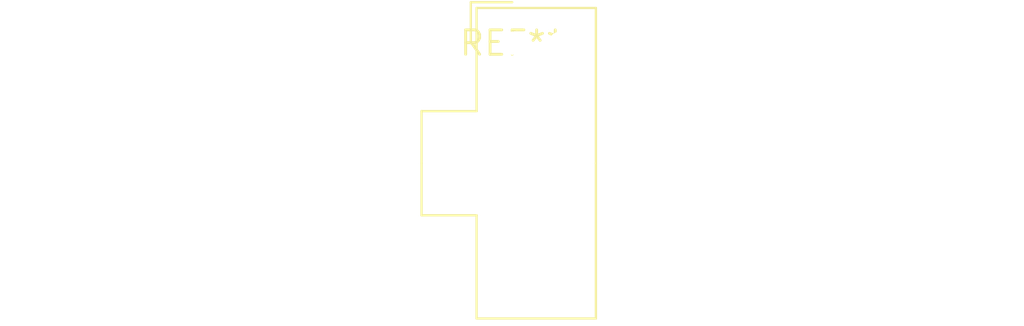
<source format=kicad_pcb>
(kicad_pcb (version 20240108) (generator pcbnew)
  (layers (0 "F.Cu" signal) (31 "B.Cu" signal) (34 "B.Paste" user) (35 "F.Paste" user) (36 "B.SilkS" user "B.Silkscreen") (37 "F.SilkS" user "F.Silkscreen") (38 "B.Mask" user) (39 "F.Mask" user) (44 "Edge.Cuts" user))
  (net 0 "")
  (footprint "Molex_Nano-Fit_105310-xx12_2x06_P2.50mm_Vertical" (layer "F.Cu") (at 0 0)
    (property "Reference" "REF**")
    (property "Value" "Molex_Nano-Fit_105310-xx12_2x06_P2.50mm_Vertical")
    (fp_line (start -4.71 3.54) (end -4.71 6.25) (layer "F.SilkS") (stroke (width 0.12)))
    (fp_line (start -4.71 8.96) (end -4.71 6.25) (layer "F.SilkS") (stroke (width 0.12)))
    (fp_line (start -2.15 -2.13) (end -2.15 0) (layer "F.SilkS") (stroke (width 0.12)))
    (fp_line (start -1.85 -1.83) (end -1.85 3.54) (layer "F.SilkS") (stroke (width 0.12)))
    (fp_line (start -1.85 3.54) (end -4.71 3.54) (layer "F.SilkS") (stroke (width 0.12)))
    (fp_line (start -1.85 8.96) (end -4.71 8.96) (layer "F.SilkS") (stroke (width 0.12)))
    (fp_line (start -1.85 14.33) (end -1.85 8.96) (layer "F.SilkS") (stroke (width 0.12)))
    (fp_line (start 0 -2.13) (end -2.15 -2.13) (layer "F.SilkS") (stroke (width 0.12)))
    (fp_line (start 4.35 -1.83) (end -1.85 -1.83) (layer "F.SilkS") (stroke (width 0.12)))
    (fp_line (start 4.35 6.25) (end 4.35 -1.83) (layer "F.SilkS") (stroke (width 0.12)))
    (fp_line (start 4.35 6.25) (end 4.35 14.33) (layer "F.SilkS") (stroke (width 0.12)))
    (fp_line (start 4.35 14.33) (end -1.85 14.33) (layer "F.SilkS") (stroke (width 0.12)))
    (pad "" np_thru_hole circle (at -1.34 6.25) (size 1.3 1.3) (drill 1.3) (layers *.Cu *.Mask))
    (pad "1" thru_hole roundrect (at 0 0) (size 1.7 1.7) (drill 1.2) (layers *.Cu *.Mask) (remove_unused_layers) (roundrect_rratio 0.147059))
    (pad "2" thru_hole circle (at 0 2.5) (size 1.7 1.7) (drill 1.2) (layers *.Cu *.Mask) (remove_unused_layers))
    (pad "3" thru_hole circle (at 0 5) (size 1.7 1.7) (drill 1.2) (layers *.Cu *.Mask) (remove_unused_layers))
    (pad "4" thru_hole circle (at 0 7.5) (size 1.7 1.7) (drill 1.2) (layers *.Cu *.Mask) (remove_unused_layers))
    (pad "5" thru_hole circle (at 0 10) (size 1.7 1.7) (drill 1.2) (layers *.Cu *.Mask) (remove_unused_layers))
    (pad "6" thru_hole circle (at 0 12.5) (size 1.7 1.7) (drill 1.2) (layers *.Cu *.Mask) (remove_unused_layers))
    (pad "7" thru_hole circle (at 2.5 0) (size 1.7 1.7) (drill 1.2) (layers *.Cu *.Mask) (remove_unused_layers))
    (pad "8" thru_hole circle (at 2.5 2.5) (size 1.7 1.7) (drill 1.2) (layers *.Cu *.Mask) (remove_unused_layers))
    (pad "9" thru_hole circle (at 2.5 5) (size 1.7 1.7) (drill 1.2) (layers *.Cu *.Mask) (remove_unused_layers))
    (pad "10" thru_hole circle (at 2.5 7.5) (size 1.7 1.7) (drill 1.2) (layers *.Cu *.Mask) (remove_unused_layers))
    (pad "11" thru_hole circle (at 2.5 10) (size 1.7 1.7) (drill 1.2) (layers *.Cu *.Mask) (remove_unused_layers))
    (pad "12" thru_hole circle (at 2.5 12.5) (size 1.7 1.7) (drill 1.2) (layers *.Cu *.Mask) (remove_unused_layers))
  )
)
</source>
